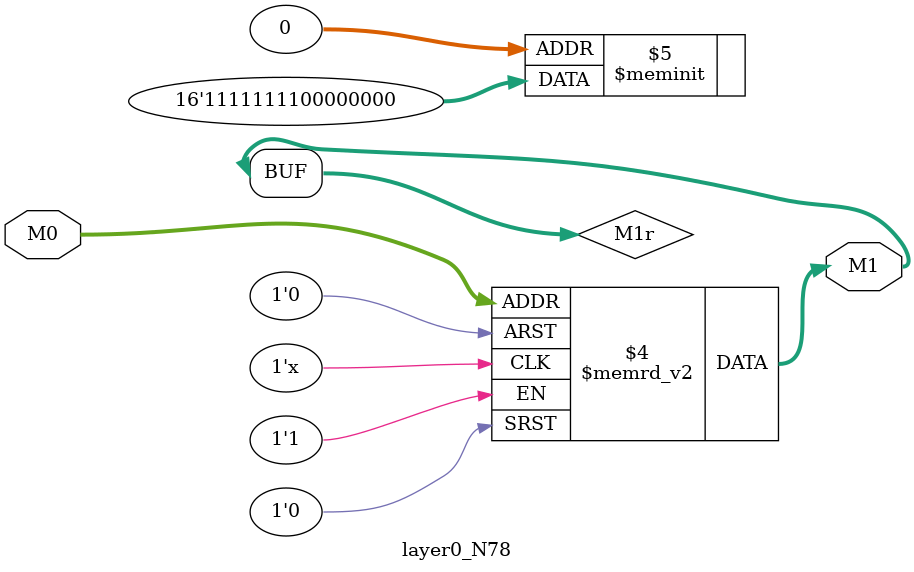
<source format=v>
module layer0_N78 ( input [2:0] M0, output [1:0] M1 );

	(*rom_style = "distributed" *) reg [1:0] M1r;
	assign M1 = M1r;
	always @ (M0) begin
		case (M0)
			3'b000: M1r = 2'b00;
			3'b100: M1r = 2'b11;
			3'b010: M1r = 2'b00;
			3'b110: M1r = 2'b11;
			3'b001: M1r = 2'b00;
			3'b101: M1r = 2'b11;
			3'b011: M1r = 2'b00;
			3'b111: M1r = 2'b11;

		endcase
	end
endmodule

</source>
